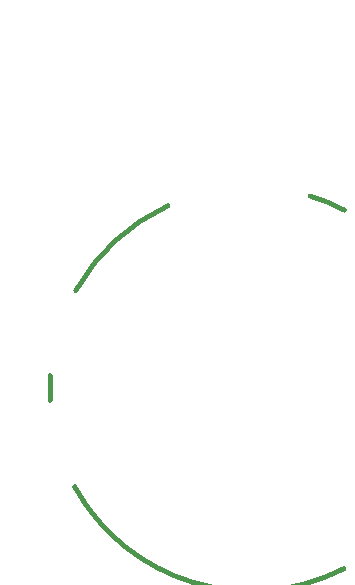
<source format=gbr>
%TF.GenerationSoftware,KiCad,Pcbnew,6.0.11-2627ca5db0~126~ubuntu22.04.1*%
%TF.CreationDate,2023-07-09T22:06:19+03:00*%
%TF.ProjectId,panel,70616e65-6c2e-46b6-9963-61645f706362,rev?*%
%TF.SameCoordinates,Original*%
%TF.FileFunction,Soldermask,Top*%
%TF.FilePolarity,Negative*%
%FSLAX46Y46*%
G04 Gerber Fmt 4.6, Leading zero omitted, Abs format (unit mm)*
G04 Created by KiCad (PCBNEW 6.0.11-2627ca5db0~126~ubuntu22.04.1) date 2023-07-09 22:06:19*
%MOMM*%
%LPD*%
G01*
G04 APERTURE LIST*
%ADD10C,0.400000*%
%ADD11C,0.100000*%
G04 APERTURE END LIST*
D10*
X75060179Y-122672338D02*
G75*
G03*
X67250000Y-129850000I7083923J-15546228D01*
G01*
X67150000Y-146450000D02*
G75*
G03*
X89950000Y-153399999I14978348J8264044D01*
G01*
X65100000Y-137050000D02*
G75*
G03*
X65100000Y-139150000I14992938J-1050000D01*
G01*
D11*
X61600001Y-106450000D02*
G75*
G03*
X61600001Y-106450000I-1J0D01*
G01*
D10*
X90000001Y-123049999D02*
G75*
G03*
X87100000Y-121850000I-7382501J-13736901D01*
G01*
M02*

</source>
